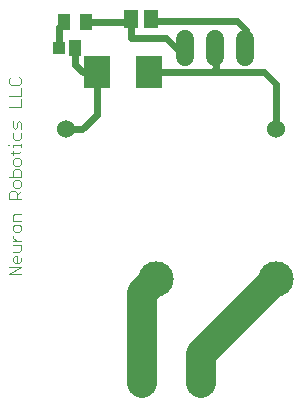
<source format=gtl>
G75*
G70*
%OFA0B0*%
%FSLAX24Y24*%
%IPPOS*%
%LPD*%
%AMOC8*
5,1,8,0,0,1.08239X$1,22.5*
%
%ADD10C,0.0030*%
%ADD11C,0.0600*%
%ADD12C,0.1181*%
%ADD13R,0.0394X0.0551*%
%ADD14C,0.0600*%
%ADD15R,0.0512X0.0591*%
%ADD16R,0.0850X0.1080*%
%ADD17C,0.0945*%
%ADD18R,0.0396X0.0396*%
%ADD19C,0.0240*%
%ADD20C,0.1000*%
D10*
X001086Y005821D02*
X001457Y006068D01*
X001086Y006068D01*
X001210Y006251D02*
X001210Y006375D01*
X001272Y006437D01*
X001333Y006437D01*
X001333Y006190D01*
X001272Y006190D02*
X001395Y006190D01*
X001457Y006251D01*
X001457Y006375D01*
X001395Y006558D02*
X001457Y006620D01*
X001457Y006805D01*
X001210Y006805D01*
X001210Y006926D02*
X001457Y006926D01*
X001333Y006926D02*
X001210Y007050D01*
X001210Y007111D01*
X001272Y007233D02*
X001395Y007233D01*
X001457Y007295D01*
X001457Y007418D01*
X001395Y007480D01*
X001272Y007480D01*
X001210Y007418D01*
X001210Y007295D01*
X001272Y007233D01*
X001210Y007602D02*
X001210Y007787D01*
X001272Y007848D01*
X001457Y007848D01*
X001457Y007602D02*
X001210Y007602D01*
X001333Y008338D02*
X001333Y008523D01*
X001272Y008585D01*
X001148Y008585D01*
X001086Y008523D01*
X001086Y008338D01*
X001457Y008338D01*
X001333Y008462D02*
X001457Y008585D01*
X001395Y008706D02*
X001457Y008768D01*
X001457Y008892D01*
X001395Y008953D01*
X001272Y008953D01*
X001210Y008892D01*
X001210Y008768D01*
X001272Y008706D01*
X001395Y008706D01*
X001457Y009075D02*
X001086Y009075D01*
X001210Y009075D02*
X001210Y009260D01*
X001272Y009322D01*
X001395Y009322D01*
X001457Y009260D01*
X001457Y009075D01*
X001395Y009443D02*
X001272Y009443D01*
X001210Y009505D01*
X001210Y009628D01*
X001272Y009690D01*
X001395Y009690D01*
X001457Y009628D01*
X001457Y009505D01*
X001395Y009443D01*
X001210Y009811D02*
X001210Y009935D01*
X001148Y009873D02*
X001395Y009873D01*
X001457Y009935D01*
X001457Y010057D02*
X001457Y010180D01*
X001457Y010119D02*
X001210Y010119D01*
X001210Y010057D01*
X001086Y010119D02*
X001025Y010119D01*
X001210Y010364D02*
X001272Y010302D01*
X001395Y010302D01*
X001457Y010364D01*
X001457Y010549D01*
X001457Y010671D02*
X001457Y010856D01*
X001395Y010918D01*
X001333Y010856D01*
X001333Y010732D01*
X001272Y010671D01*
X001210Y010732D01*
X001210Y010918D01*
X001210Y010549D02*
X001210Y010364D01*
X001086Y011407D02*
X001457Y011407D01*
X001457Y011654D01*
X001457Y011776D02*
X001457Y012022D01*
X001395Y012144D02*
X001457Y012206D01*
X001457Y012329D01*
X001395Y012391D01*
X001148Y012391D02*
X001086Y012329D01*
X001086Y012206D01*
X001148Y012144D01*
X001395Y012144D01*
X001457Y011776D02*
X001086Y011776D01*
X001210Y006558D02*
X001395Y006558D01*
X001210Y006251D02*
X001272Y006190D01*
X001457Y005821D02*
X001086Y005821D01*
D11*
X002957Y010651D03*
X009957Y010651D03*
D12*
X009957Y005651D03*
X005957Y005651D03*
D13*
X003277Y013363D03*
X003651Y014229D03*
X002903Y014229D03*
D14*
X006952Y013671D02*
X006952Y013071D01*
X007952Y013071D02*
X007952Y013671D01*
X008952Y013671D02*
X008952Y013071D01*
D15*
X005796Y014341D03*
X005127Y014341D03*
D16*
X005752Y012571D03*
X004012Y012561D03*
D17*
X005497Y002191D03*
X007465Y002191D03*
D18*
X002742Y013361D03*
D19*
X002742Y014069D01*
X002903Y014229D01*
X003651Y014229D02*
X005015Y014229D01*
X005127Y014341D01*
X005142Y014327D01*
X005142Y013689D01*
X006310Y013689D01*
X006628Y013371D01*
X006952Y013371D01*
X007832Y012571D02*
X007842Y012581D01*
X009582Y012581D01*
X009987Y012176D01*
X009957Y012146D01*
X009957Y010651D01*
X007962Y012701D02*
X007962Y013361D01*
X007952Y013371D01*
X007962Y012701D02*
X007842Y012581D01*
X007832Y012571D02*
X005752Y012571D01*
X005876Y014261D02*
X008682Y014261D01*
X008982Y013961D01*
X008982Y013401D01*
X008952Y013371D01*
X005876Y014261D02*
X005796Y014341D01*
X004012Y012561D02*
X003533Y012561D01*
X003281Y012813D01*
X003281Y013359D01*
X003277Y013363D01*
X004012Y012561D02*
X004002Y012551D01*
X004002Y011141D01*
X003512Y010651D01*
X002957Y010651D01*
D20*
X005957Y005651D02*
X005497Y005191D01*
X005497Y002191D01*
X007465Y002191D02*
X007465Y003160D01*
X009957Y005651D01*
M02*

</source>
